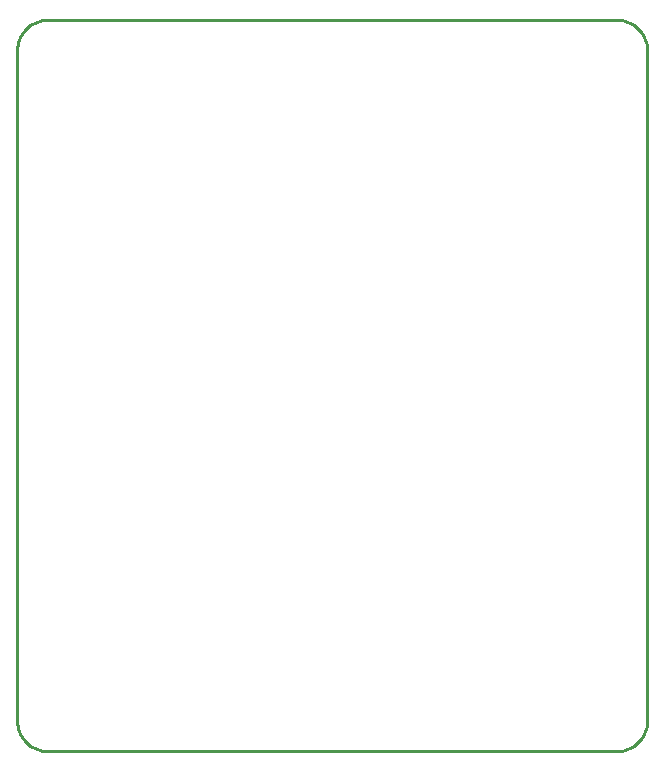
<source format=gbr>
G04 EAGLE Gerber X2 export*
%TF.Part,Single*%
%TF.FileFunction,Profile,NP*%
%TF.FilePolarity,Positive*%
%TF.GenerationSoftware,Autodesk,EAGLE,9.1.1*%
%TF.CreationDate,2018-09-28T16:37:10Z*%
G75*
%MOMM*%
%FSLAX34Y34*%
%LPD*%
%AMOC8*
5,1,8,0,0,1.08239X$1,22.5*%
G01*
%ADD10C,0.254000*%


D10*
X0Y25400D02*
X97Y23186D01*
X386Y20989D01*
X865Y18826D01*
X1532Y16713D01*
X2380Y14666D01*
X3403Y12700D01*
X4594Y10831D01*
X5942Y9073D01*
X7440Y7440D01*
X9073Y5942D01*
X10831Y4594D01*
X12700Y3403D01*
X14666Y2380D01*
X16713Y1532D01*
X18826Y865D01*
X20989Y386D01*
X23186Y97D01*
X25400Y0D01*
X507800Y0D01*
X510014Y97D01*
X512211Y386D01*
X514374Y865D01*
X516487Y1532D01*
X518535Y2380D01*
X520500Y3403D01*
X522369Y4594D01*
X524127Y5942D01*
X525761Y7440D01*
X527258Y9073D01*
X528606Y10831D01*
X529797Y12700D01*
X530820Y14666D01*
X531668Y16713D01*
X532335Y18826D01*
X532814Y20989D01*
X533103Y23186D01*
X533200Y25400D01*
X533200Y593600D01*
X533103Y595814D01*
X532814Y598011D01*
X532335Y600174D01*
X531668Y602287D01*
X530820Y604335D01*
X529797Y606300D01*
X528606Y608169D01*
X527258Y609927D01*
X525761Y611561D01*
X524127Y613058D01*
X522369Y614406D01*
X520500Y615597D01*
X518535Y616620D01*
X516487Y617468D01*
X514374Y618135D01*
X512211Y618614D01*
X510014Y618903D01*
X507800Y619000D01*
X25400Y619000D01*
X23186Y618903D01*
X20989Y618614D01*
X18826Y618135D01*
X16713Y617468D01*
X14666Y616620D01*
X12700Y615597D01*
X10831Y614406D01*
X9073Y613058D01*
X7440Y611561D01*
X5942Y609927D01*
X4594Y608169D01*
X3403Y606300D01*
X2380Y604335D01*
X1532Y602287D01*
X865Y600174D01*
X386Y598011D01*
X97Y595814D01*
X0Y593600D01*
X0Y25400D01*
M02*

</source>
